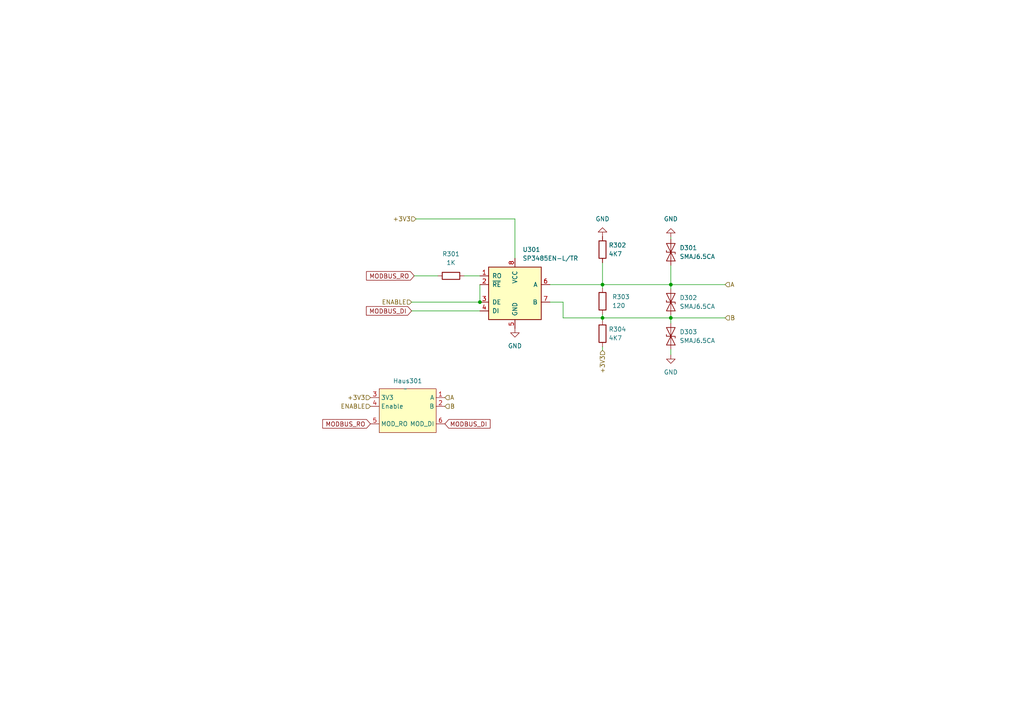
<source format=kicad_sch>
(kicad_sch (version 20230121) (generator eeschema)
  (paper "A4")
  (lib_symbols
    (symbol "00_project_circuitstate-obsolete:R" (pin_numbers hide) (pin_names (offset 0))
      (property "Reference" "R" (at 2.032 0 90))
      (property "Value" "R" (at 0 0 90))
      (symbol "R_0_1"
        (rectangle (start -1.016 -2.54) (end 1.016 2.54) (stroke (width 0.254)))
      )
      (symbol "R_1_1"
        (pin passive line (at 0 3.81 270) (length 1.27) (name "~") (number "1"))
        (pin passive line (at 0 -3.81 90) (length 1.27) (name "~") (number "2"))
      )
    )
    (symbol "00_project_library:floor_Haus"
      (property "Reference" "Haus" (at 0 1.27 0))
      (symbol "floor_Haus_1_1"
        (rectangle (start -7.62 0) (end 8.89 -12.7) (fill (type background)))
        (pin output line (at 11.43 -2.54 180) (length 2.54) (name "A") (number "1"))
        (pin output line (at 11.43 -5.08 180) (length 2.54) (name "B") (number "2"))
        (pin input line (at -10.16 -2.54 0) (length 2.54) (name "3V3") (number "3"))
        (pin input line (at -10.16 -5.08 0) (length 2.54) (name "Enable") (number "4"))
        (pin input line (at -10.16 -10.16 0) (length 2.54) (name "MOD_RO") (number "5"))
        (pin input line (at 11.43 -10.16 180) (length 2.54) (name "MOD_DI") (number "6"))
      )
    )
    (symbol "00_project_library:modbus_SP3485EN" (pin_names (offset 1.016))
      (property "Reference" "U" (at -7.62 8.89 0))
      (property "Value" "SP3485EN-L/TR" (at 2.54 8.89 0))
      (symbol "modbus_SP3485EN_0_1"
        (rectangle (start -7.62 7.62) (end 7.62 -7.62) (stroke (width 0.254)) (fill (type background)))
      )
      (symbol "modbus_SP3485EN_1_1"
        (pin output line (at -10.16 5.08 0) (length 2.54) (name "RO") (number "1"))
        (pin input line (at -10.16 2.54 0) (length 2.54) (name "~{RE}") (number "2"))
        (pin input line (at -10.16 -2.54 0) (length 2.54) (name "DE") (number "3"))
        (pin input line (at -10.16 -5.08 0) (length 2.54) (name "DI") (number "4"))
        (pin power_in line (at 0 -10.16 90) (length 2.54) (name "GND") (number "5"))
        (pin bidirectional line (at 10.16 2.54 180) (length 2.54) (name "A") (number "6"))
        (pin bidirectional line (at 10.16 -2.54 180) (length 2.54) (name "B") (number "7"))
        (pin power_in line (at 0 10.16 270) (length 2.54) (name "VCC") (number "8"))
      )
    )
    (symbol "Diode:SMAJ6.5CA" (pin_numbers hide) (pin_names (offset 1.016) hide)
      (property "Reference" "D" (at 0 2.54 0))
      (property "Value" "SMAJ6.5CA" (at 0 -2.54 0))
      (symbol "SMAJ6.5CA_0_1"
        (polyline (pts (xy 1.27 0) (xy -1.27 0)))
        (polyline (pts (xy -2.54 -1.27) (xy 0 0) (xy -2.54 1.27) (xy -2.54 -1.27)) (stroke (width 0.2032)))
        (polyline (pts (xy 0.508 1.27) (xy 0 1.27) (xy 0 -1.27) (xy -0.508 -1.27)) (stroke (width 0.2032)))
        (polyline (pts (xy 2.54 1.27) (xy 2.54 -1.27) (xy 0 0) (xy 2.54 1.27)) (stroke (width 0.2032)))
      )
      (symbol "SMAJ6.5CA_1_1"
        (pin passive line (at -3.81 0 0) (length 2.54) (name "A1") (number "1"))
        (pin passive line (at 3.81 0 180) (length 2.54) (name "A2") (number "2"))
      )
    )
    (symbol "power:GND" (power) (pin_names (offset 0))
      (property "Value" "GND" (at 0 -3.81 0))
      (symbol "GND_0_1"
        (polyline (pts (xy 0 0) (xy 0 -1.27) (xy 1.27 -1.27) (xy 0 -2.54) (xy -1.27 -1.27) (xy 0 -1.27)))
      )
      (symbol "GND_1_1"
        (pin power_in line (at 0 0 270) (length 0) hide (name "GND") (number "1"))
      )
    )
  )
  (junction (at 194.564 82.55))
  (junction (at 174.752 92.202))
  (junction (at 139.192 87.63))
  (junction (at 194.564 92.202))
  (junction (at 174.752 82.55))
  (wire (pts (xy 194.564 69.342) (xy 194.564 68.834)))
  (wire (pts (xy 159.512 82.55) (xy 174.752 82.55)))
  (wire (pts (xy 119.38 87.63) (xy 139.192 87.63)))
  (wire (pts (xy 174.752 92.202) (xy 174.752 91.186)))
  (wire (pts (xy 194.564 82.55) (xy 210.312 82.55)))
  (wire (pts (xy 194.564 76.962) (xy 194.564 82.55)))
  (wire (pts (xy 134.62 80.01) (xy 139.192 80.01)))
  (wire (pts (xy 159.512 87.63) (xy 163.322 87.63)))
  (wire (pts (xy 120.142 80.01) (xy 127 80.01)))
  (wire (pts (xy 163.322 92.202) (xy 174.752 92.202)))
  (wire (pts (xy 194.564 83.82) (xy 194.564 82.55)))
  (wire (pts (xy 174.752 92.202) (xy 174.752 92.964)))
  (wire (pts (xy 149.352 63.5) (xy 149.352 74.93)))
  (wire (pts (xy 174.752 100.584) (xy 174.752 101.6)))
  (wire (pts (xy 174.752 92.202) (xy 194.564 92.202)))
  (wire (pts (xy 174.752 76.2) (xy 174.752 82.55)))
  (wire (pts (xy 174.752 83.566) (xy 174.752 82.55)))
  (wire (pts (xy 194.564 101.346) (xy 194.564 102.87)))
  (wire (pts (xy 194.564 91.44) (xy 194.564 92.202)))
  (wire (pts (xy 139.192 82.55) (xy 139.192 87.63)))
  (wire (pts (xy 163.322 87.63) (xy 163.322 92.202)))
  (wire (pts (xy 139.192 90.17) (xy 119.38 90.17)))
  (wire (pts (xy 120.65 63.5) (xy 149.352 63.5)))
  (wire (pts (xy 194.564 92.202) (xy 210.312 92.202)))
  (wire (pts (xy 174.752 82.55) (xy 194.564 82.55)))
  (wire (pts (xy 194.564 93.726) (xy 194.564 92.202)))
  (global_label "MODBUS_RO" (shape input) (at 120.142 80.01 180) (property "Intersheetrefs" "${INTERSHEET_REFS}" (effects hide)))
  (global_label "MODBUS_RO" (shape input) (at 107.442 122.936 180) (property "Intersheetrefs" "${INTERSHEET_REFS}" (effects hide)))
  (global_label "MODBUS_DI" (shape input) (at 129.032 122.936 0) (property "Intersheetrefs" "${INTERSHEET_REFS}" (effects hide)))
  (global_label "MODBUS_DI" (shape input) (at 119.38 90.17 180) (property "Intersheetrefs" "${INTERSHEET_REFS}" (effects hide)))
  (hierarchical_label "ENABLE" (shape input) (at 107.442 117.856 180))
  (hierarchical_label "A" (shape input) (at 129.032 115.316 0))
  (hierarchical_label "+3V3" (shape input) (at 107.442 115.316 180))
  (hierarchical_label "B" (shape input) (at 210.312 92.202 0))
  (hierarchical_label "+3V3" (shape input) (at 174.752 101.6 270))
  (hierarchical_label "B" (shape input) (at 129.032 117.856 0))
  (hierarchical_label "ENABLE" (shape input) (at 119.38 87.63 180))
  (hierarchical_label "+3V3" (shape input) (at 120.65 63.5 180))
  (hierarchical_label "A" (shape input) (at 210.312 82.55 0))
  (symbol (lib_id "00_project_circuitstate-obsolete:R") (at 174.752 87.376 0) (unit 1)
    (property "Reference" "R303" (at 177.546 86.106 0) (effects (justify left)))
    (property "Value" "120" (at 177.546 88.646 0) (effects (justify left)))
    (property "Footprint" "Resistor_SMD:R_0805_2012Metric" (effects hide))
    (instances (project "pcb_zentral_pi" (path "" (reference "R303") (unit 1)) (path "" (reference "R403") (unit 1)) (path "" (reference "R503") (unit 1)) (path "" (reference "R603") (unit 1))))
  )
  (symbol (lib_id "Diode:SMAJ6.5CA") (at 194.564 73.152 90) (unit 1)
    (property "Reference" "D301" (at 197.104 71.882 90) (effects (justify right)))
    (property "Value" "SMAJ6.5CA" (at 197.104 74.422 90) (effects (justify right)))
    (property "Footprint" "Diode_SMD:D_SMA" (effects hide))
    (property "Datasheet" "https://www.littelfuse.com/media?resourcetype=datasheets&itemid=75e32973-b177-4ee3-a0ff-cedaf1abdb93&filename=smaj-datasheet" (effects hide))
    (instances (project "pcb_zentral_pi" (path "" (reference "D301") (unit 1)) (path "" (reference "D401") (unit 1)) (path "" (reference "D501") (unit 1)) (path "" (reference "D601") (unit 1))))
  )
  (symbol (lib_id "00_project_circuitstate-obsolete:R") (at 174.752 72.39 0) (unit 1)
    (property "Reference" "R302" (at 176.53 71.12 0) (effects (justify left)))
    (property "Value" "4K7" (at 176.53 73.66 0) (effects (justify left)))
    (property "Footprint" "Resistor_SMD:R_0805_2012Metric" (effects hide))
    (instances (project "pcb_zentral_pi" (path "" (reference "R302") (unit 1)) (path "" (reference "R402") (unit 1)) (path "" (reference "R502") (unit 1)) (path "" (reference "R602") (unit 1))))
  )
  (symbol (lib_id "00_project_library:floor_Haus") (at 117.602 112.776 0) (unit 1)
    (property "Reference" "Haus301" (at 118.237 110.49 0))
    (property "Value" "~" (at 117.602 112.776 0))
    (property "Footprint" "00_project_library:floor_Haus" (effects hide))
    (instances (project "pcb_zentral_pi" (path "" (reference "Haus301") (unit 1)) (path "" (reference "Haus401") (unit 1)) (path "" (reference "Haus501") (unit 1)) (path "" (reference "Haus601") (unit 1))))
  )
  (symbol (lib_id "power:GND") (at 149.352 95.25 0) (unit 1)
    (property "Reference" "#PWR0301" (effects hide))
    (property "Value" "GND" (at 149.352 100.33 0))
    (instances (project "pcb_zentral_pi" (path "" (reference "#PWR0301") (unit 1)) (path "" (reference "#PWR0401") (unit 1)) (path "" (reference "#PWR0501") (unit 1)) (path "" (reference "#PWR0601") (unit 1))))
  )
  (symbol (lib_id "00_project_library:modbus_SP3485EN") (at 149.352 85.09 0) (unit 1)
    (property "Reference" "U301" (at 151.5461 72.39 0) (effects (justify left)))
    (property "Value" "SP3485EN-L/TR" (at 151.5461 74.93 0) (effects (justify left)))
    (property "Footprint" "Package_SO:SOIC-8_3.9x4.9mm_P1.27mm" (effects hide))
    (property "Datasheet" "http://www.icbase.com/pdf/SPX/SPX00480106.pdf" (effects hide))
    (property "DatasheetJLC" " https://datasheet.lcsc.com/lcsc/2304140030_MaxLinear-SP3485EN-L-TR_C8963.pdf" (effects hide))
    (property "JLC" "C8963" (effects hide))
    (instances (project "pcb_zentral_pi" (path "" (reference "U301") (unit 1)) (path "" (reference "U401") (unit 1)) (path "" (reference "U501") (unit 1)) (path "" (reference "U601") (unit 1))))
  )
  (symbol (lib_id "Diode:SMAJ6.5CA") (at 194.564 97.536 90) (unit 1)
    (property "Reference" "D303" (at 197.104 96.266 90) (effects (justify right)))
    (property "Value" "SMAJ6.5CA" (at 197.104 98.806 90) (effects (justify right)))
    (property "Footprint" "Diode_SMD:D_SMA" (effects hide))
    (property "Datasheet" "https://www.littelfuse.com/media?resourcetype=datasheets&itemid=75e32973-b177-4ee3-a0ff-cedaf1abdb93&filename=smaj-datasheet" (effects hide))
    (instances (project "pcb_zentral_pi" (path "" (reference "D303") (unit 1)) (path "" (reference "D403") (unit 1)) (path "" (reference "D503") (unit 1)) (path "" (reference "D603") (unit 1))))
  )
  (symbol (lib_id "00_project_circuitstate-obsolete:R") (at 174.752 96.774 0) (unit 1)
    (property "Reference" "R304" (at 176.53 95.504 0) (effects (justify left)))
    (property "Value" "4K7" (at 176.53 98.044 0) (effects (justify left)))
    (property "Footprint" "Resistor_SMD:R_0805_2012Metric" (effects hide))
    (instances (project "pcb_zentral_pi" (path "" (reference "R304") (unit 1)) (path "" (reference "R404") (unit 1)) (path "" (reference "R504") (unit 1)) (path "" (reference "R604") (unit 1))))
  )
  (symbol (lib_id "power:GND") (at 174.752 68.58 180) (unit 1)
    (property "Reference" "#PWR0302" (effects hide))
    (property "Value" "GND" (at 174.752 63.5 0))
    (instances (project "pcb_zentral_pi" (path "" (reference "#PWR0302") (unit 1)) (path "" (reference "#PWR0402") (unit 1)) (path "" (reference "#PWR0502") (unit 1)) (path "" (reference "#PWR0602") (unit 1))))
  )
  (symbol (lib_id "Diode:SMAJ6.5CA") (at 194.564 87.63 90) (unit 1)
    (property "Reference" "D302" (at 197.104 86.36 90) (effects (justify right)))
    (property "Value" "SMAJ6.5CA" (at 197.104 88.9 90) (effects (justify right)))
    (property "Footprint" "Diode_SMD:D_SMA" (effects hide))
    (property "Datasheet" "https://www.littelfuse.com/media?resourcetype=datasheets&itemid=75e32973-b177-4ee3-a0ff-cedaf1abdb93&filename=smaj-datasheet" (effects hide))
    (instances (project "pcb_zentral_pi" (path "" (reference "D302") (unit 1)) (path "" (reference "D402") (unit 1)) (path "" (reference "D502") (unit 1)) (path "" (reference "D602") (unit 1))))
  )
  (symbol (lib_id "power:GND") (at 194.564 68.834 180) (unit 1)
    (property "Reference" "#PWR0303" (effects hide))
    (property "Value" "GND" (at 194.564 63.5 0))
    (instances (project "pcb_zentral_pi" (path "" (reference "#PWR0303") (unit 1)) (path "" (reference "#PWR0403") (unit 1)) (path "" (reference "#PWR0503") (unit 1)) (path "" (reference "#PWR0603") (unit 1))))
  )
  (symbol (lib_id "00_project_circuitstate-obsolete:R") (at 130.81 80.01 90) (unit 1)
    (property "Reference" "R301" (at 130.81 73.66 90))
    (property "Value" "1K" (at 130.81 76.2 90))
    (property "Footprint" "Resistor_SMD:R_0805_2012Metric" (effects hide))
    (instances (project "pcb_zentral_pi" (path "" (reference "R301") (unit 1)) (path "" (reference "R401") (unit 1)) (path "" (reference "R501") (unit 1)) (path "" (reference "R601") (unit 1))))
  )
  (symbol (lib_id "power:GND") (at 194.564 102.87 0) (unit 1)
    (property "Reference" "#PWR0304" (effects hide))
    (property "Value" "GND" (at 194.564 107.95 0))
    (instances (project "pcb_zentral_pi" (path "" (reference "#PWR0304") (unit 1)) (path "" (reference "#PWR0404") (unit 1)) (path "" (reference "#PWR0504") (unit 1)) (path "" (reference "#PWR0604") (unit 1))))
  )
)
</source>
